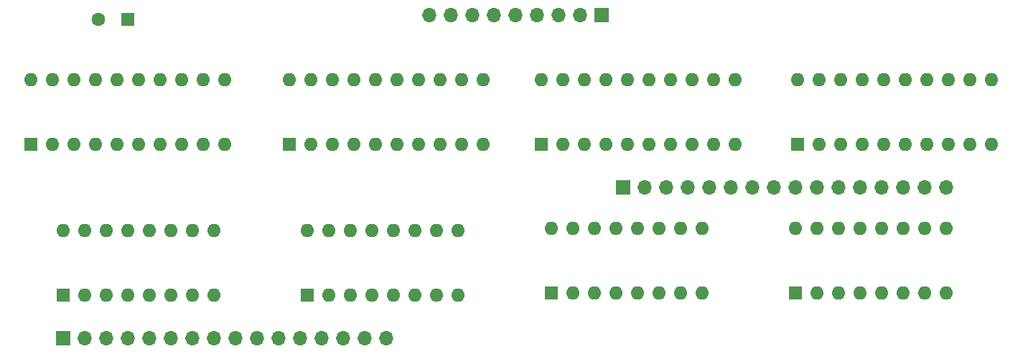
<source format=gbr>
%TF.GenerationSoftware,KiCad,Pcbnew,(5.1.10-1-10_14)*%
%TF.CreationDate,2021-09-30T18:38:52-04:00*%
%TF.ProjectId,address-register,61646472-6573-4732-9d72-656769737465,rev?*%
%TF.SameCoordinates,Original*%
%TF.FileFunction,Soldermask,Bot*%
%TF.FilePolarity,Negative*%
%FSLAX46Y46*%
G04 Gerber Fmt 4.6, Leading zero omitted, Abs format (unit mm)*
G04 Created by KiCad (PCBNEW (5.1.10-1-10_14)) date 2021-09-30 18:38:52*
%MOMM*%
%LPD*%
G01*
G04 APERTURE LIST*
%ADD10O,1.600000X1.600000*%
%ADD11R,1.600000X1.600000*%
%ADD12C,1.600000*%
%ADD13O,1.700000X1.700000*%
%ADD14R,1.700000X1.700000*%
G04 APERTURE END LIST*
D10*
%TO.C,U7*%
X226060000Y-182118000D03*
X248920000Y-189738000D03*
X228600000Y-182118000D03*
X246380000Y-189738000D03*
X231140000Y-182118000D03*
X243840000Y-189738000D03*
X233680000Y-182118000D03*
X241300000Y-189738000D03*
X236220000Y-182118000D03*
X238760000Y-189738000D03*
X238760000Y-182118000D03*
X236220000Y-189738000D03*
X241300000Y-182118000D03*
X233680000Y-189738000D03*
X243840000Y-182118000D03*
X231140000Y-189738000D03*
X246380000Y-182118000D03*
X228600000Y-189738000D03*
X248920000Y-182118000D03*
D11*
X226060000Y-189738000D03*
%TD*%
D10*
%TO.C,U6*%
X195834000Y-182118000D03*
X218694000Y-189738000D03*
X198374000Y-182118000D03*
X216154000Y-189738000D03*
X200914000Y-182118000D03*
X213614000Y-189738000D03*
X203454000Y-182118000D03*
X211074000Y-189738000D03*
X205994000Y-182118000D03*
X208534000Y-189738000D03*
X208534000Y-182118000D03*
X205994000Y-189738000D03*
X211074000Y-182118000D03*
X203454000Y-189738000D03*
X213614000Y-182118000D03*
X200914000Y-189738000D03*
X216154000Y-182118000D03*
X198374000Y-189738000D03*
X218694000Y-182118000D03*
D11*
X195834000Y-189738000D03*
%TD*%
D10*
%TO.C,U3*%
X166116000Y-182118000D03*
X188976000Y-189738000D03*
X168656000Y-182118000D03*
X186436000Y-189738000D03*
X171196000Y-182118000D03*
X183896000Y-189738000D03*
X173736000Y-182118000D03*
X181356000Y-189738000D03*
X176276000Y-182118000D03*
X178816000Y-189738000D03*
X178816000Y-182118000D03*
X176276000Y-189738000D03*
X181356000Y-182118000D03*
X173736000Y-189738000D03*
X183896000Y-182118000D03*
X171196000Y-189738000D03*
X186436000Y-182118000D03*
X168656000Y-189738000D03*
X188976000Y-182118000D03*
D11*
X166116000Y-189738000D03*
%TD*%
D10*
%TO.C,U2*%
X135636000Y-182118000D03*
X158496000Y-189738000D03*
X138176000Y-182118000D03*
X155956000Y-189738000D03*
X140716000Y-182118000D03*
X153416000Y-189738000D03*
X143256000Y-182118000D03*
X150876000Y-189738000D03*
X145796000Y-182118000D03*
X148336000Y-189738000D03*
X148336000Y-182118000D03*
X145796000Y-189738000D03*
X150876000Y-182118000D03*
X143256000Y-189738000D03*
X153416000Y-182118000D03*
X140716000Y-189738000D03*
X155956000Y-182118000D03*
X138176000Y-189738000D03*
X158496000Y-182118000D03*
D11*
X135636000Y-189738000D03*
%TD*%
D12*
%TO.C,C1*%
X143566000Y-175006000D03*
D11*
X147066000Y-175006000D03*
%TD*%
D13*
%TO.C,J3*%
X243586000Y-194818000D03*
X241046000Y-194818000D03*
X238506000Y-194818000D03*
X235966000Y-194818000D03*
X233426000Y-194818000D03*
X230886000Y-194818000D03*
X228346000Y-194818000D03*
X225806000Y-194818000D03*
X223266000Y-194818000D03*
X220726000Y-194818000D03*
X218186000Y-194818000D03*
X215646000Y-194818000D03*
X213106000Y-194818000D03*
X210566000Y-194818000D03*
X208026000Y-194818000D03*
D14*
X205486000Y-194818000D03*
%TD*%
D13*
%TO.C,J2*%
X177546000Y-212598000D03*
X175006000Y-212598000D03*
X172466000Y-212598000D03*
X169926000Y-212598000D03*
X167386000Y-212598000D03*
X164846000Y-212598000D03*
X162306000Y-212598000D03*
X159766000Y-212598000D03*
X157226000Y-212598000D03*
X154686000Y-212598000D03*
X152146000Y-212598000D03*
X149606000Y-212598000D03*
X147066000Y-212598000D03*
X144526000Y-212598000D03*
X141986000Y-212598000D03*
D14*
X139446000Y-212598000D03*
%TD*%
D10*
%TO.C,U8*%
X225806000Y-199636000D03*
X243586000Y-207256000D03*
X228346000Y-199636000D03*
X241046000Y-207256000D03*
X230886000Y-199636000D03*
X238506000Y-207256000D03*
X233426000Y-199636000D03*
X235966000Y-207256000D03*
X235966000Y-199636000D03*
X233426000Y-207256000D03*
X238506000Y-199636000D03*
X230886000Y-207256000D03*
X241046000Y-199636000D03*
X228346000Y-207256000D03*
X243586000Y-199636000D03*
D11*
X225806000Y-207256000D03*
%TD*%
D10*
%TO.C,U5*%
X197019332Y-199644000D03*
X214799332Y-207264000D03*
X199559332Y-199644000D03*
X212259332Y-207264000D03*
X202099332Y-199644000D03*
X209719332Y-207264000D03*
X204639332Y-199644000D03*
X207179332Y-207264000D03*
X207179332Y-199644000D03*
X204639332Y-207264000D03*
X209719332Y-199644000D03*
X202099332Y-207264000D03*
X212259332Y-199644000D03*
X199559332Y-207264000D03*
X214799332Y-199644000D03*
D11*
X197019332Y-207264000D03*
%TD*%
D10*
%TO.C,U4*%
X168232666Y-199898000D03*
X186012666Y-207518000D03*
X170772666Y-199898000D03*
X183472666Y-207518000D03*
X173312666Y-199898000D03*
X180932666Y-207518000D03*
X175852666Y-199898000D03*
X178392666Y-207518000D03*
X178392666Y-199898000D03*
X175852666Y-207518000D03*
X180932666Y-199898000D03*
X173312666Y-207518000D03*
X183472666Y-199898000D03*
X170772666Y-207518000D03*
X186012666Y-199898000D03*
D11*
X168232666Y-207518000D03*
%TD*%
D10*
%TO.C,U1*%
X139446000Y-199898000D03*
X157226000Y-207518000D03*
X141986000Y-199898000D03*
X154686000Y-207518000D03*
X144526000Y-199898000D03*
X152146000Y-207518000D03*
X147066000Y-199898000D03*
X149606000Y-207518000D03*
X149606000Y-199898000D03*
X147066000Y-207518000D03*
X152146000Y-199898000D03*
X144526000Y-207518000D03*
X154686000Y-199898000D03*
X141986000Y-207518000D03*
X157226000Y-199898000D03*
D11*
X139446000Y-207518000D03*
%TD*%
D13*
%TO.C,J1*%
X182626000Y-174498000D03*
X185166000Y-174498000D03*
X187706000Y-174498000D03*
X190246000Y-174498000D03*
X192786000Y-174498000D03*
X195326000Y-174498000D03*
X197866000Y-174498000D03*
X200406000Y-174498000D03*
D14*
X202946000Y-174498000D03*
%TD*%
M02*

</source>
